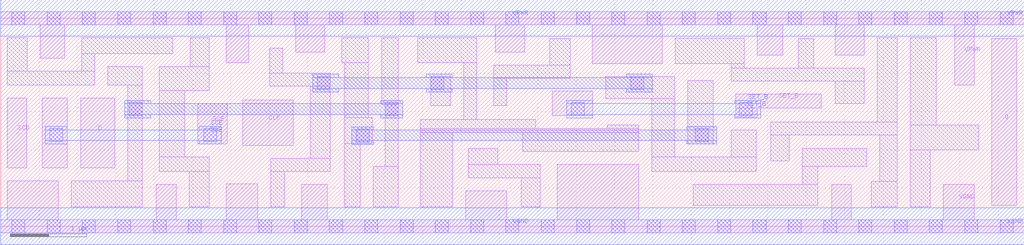
<source format=lef>
# Copyright 2020 The SkyWater PDK Authors
#
# Licensed under the Apache License, Version 2.0 (the "License");
# you may not use this file except in compliance with the License.
# You may obtain a copy of the License at
#
#     https://www.apache.org/licenses/LICENSE-2.0
#
# Unless required by applicable law or agreed to in writing, software
# distributed under the License is distributed on an "AS IS" BASIS,
# WITHOUT WARRANTIES OR CONDITIONS OF ANY KIND, either express or implied.
# See the License for the specific language governing permissions and
# limitations under the License.
#
# SPDX-License-Identifier: Apache-2.0

VERSION 5.7 ;
  NAMESCASESENSITIVE ON ;
  NOWIREEXTENSIONATPIN ON ;
  DIVIDERCHAR "/" ;
  BUSBITCHARS "[]" ;
UNITS
  DATABASE MICRONS 200 ;
END UNITS
PROPERTYDEFINITIONS
  MACRO maskLayoutSubType STRING ;
  MACRO prCellType STRING ;
  MACRO originalViewName STRING ;
END PROPERTYDEFINITIONS
MACRO sky130_fd_sc_hdll__sdfstp_1
  CLASS CORE ;
  FOREIGN sky130_fd_sc_hdll__sdfstp_1 ;
  ORIGIN  0.000000  0.000000 ;
  SIZE  13.34000 BY  2.720000 ;
  SYMMETRY X Y R90 ;
  SITE unithd ;
  PIN CLK
    ANTENNAGATEAREA  0.178200 ;
    DIRECTION INPUT ;
    USE SIGNAL ;
    PORT
      LAYER li1 ;
        RECT 3.155000 1.055000 3.815000 1.650000 ;
    END
  END CLK
  PIN D
    ANTENNAGATEAREA  0.178200 ;
    DIRECTION INPUT ;
    USE SIGNAL ;
    PORT
      LAYER li1 ;
        RECT 1.040000 0.765000 1.485000 1.675000 ;
    END
  END D
  PIN Q
    ANTENNADIFFAREA  0.439000 ;
    DIRECTION OUTPUT ;
    USE SIGNAL ;
    PORT
      LAYER li1 ;
        RECT 12.915000 0.275000 13.240000 2.450000 ;
    END
  END Q
  PIN SCD
    ANTENNAGATEAREA  0.178200 ;
    DIRECTION INPUT ;
    USE SIGNAL ;
    PORT
      LAYER li1 ;
        RECT 0.085000 0.765000 0.340000 1.675000 ;
    END
  END SCD
  PIN SCE
    ANTENNAGATEAREA  0.356400 ;
    DIRECTION INPUT ;
    USE SIGNAL ;
    PORT
      LAYER li1 ;
        RECT 0.540000 0.765000 0.870000 1.675000 ;
        RECT 2.570000 1.075000 2.950000 1.600000 ;
      LAYER mcon ;
        RECT 0.640000 1.105000 0.810000 1.275000 ;
        RECT 2.645000 1.105000 2.815000 1.275000 ;
      LAYER met1 ;
        RECT 0.580000 1.075000 0.870000 1.120000 ;
        RECT 0.580000 1.120000 2.875000 1.260000 ;
        RECT 0.580000 1.260000 0.870000 1.305000 ;
        RECT 2.585000 1.075000 2.875000 1.120000 ;
        RECT 2.585000 1.260000 2.875000 1.305000 ;
    END
  END SCE
  PIN SET_B
    ANTENNAGATEAREA  0.277200 ;
    DIRECTION INPUT ;
    USE SIGNAL ;
    PORT
      LAYER li1 ;
        RECT 7.190000 1.445000  7.715000 1.765000 ;
        RECT 9.580000 1.425000  9.860000 1.545000 ;
        RECT 9.580000 1.545000 10.695000 1.725000 ;
      LAYER mcon ;
        RECT 7.435000 1.445000 7.605000 1.615000 ;
        RECT 9.625000 1.445000 9.795000 1.615000 ;
      LAYER met1 ;
        RECT 7.375000 1.415000 7.715000 1.460000 ;
        RECT 7.375000 1.460000 9.905000 1.600000 ;
        RECT 7.375000 1.600000 7.715000 1.645000 ;
        RECT 9.565000 1.415000 9.905000 1.460000 ;
        RECT 9.565000 1.600000 9.905000 1.645000 ;
    END
  END SET_B
  PIN VGND
    DIRECTION INOUT ;
    USE GROUND ;
    PORT
      LAYER li1 ;
        RECT  0.000000 -0.085000 13.340000 0.085000 ;
        RECT  0.085000  0.085000  0.750000 0.595000 ;
        RECT  2.025000  0.085000  2.290000 0.545000 ;
        RECT  2.940000  0.085000  3.350000 0.555000 ;
        RECT  3.925000  0.085000  4.255000 0.545000 ;
        RECT  6.060000  0.085000  6.595000 0.465000 ;
        RECT  7.255000  0.085000  8.315000 0.805000 ;
        RECT 10.835000  0.085000 11.085000 0.545000 ;
        RECT 12.285000  0.085000 12.690000 0.550000 ;
      LAYER mcon ;
        RECT  0.145000 -0.085000  0.315000 0.085000 ;
        RECT  0.605000 -0.085000  0.775000 0.085000 ;
        RECT  1.065000 -0.085000  1.235000 0.085000 ;
        RECT  1.525000 -0.085000  1.695000 0.085000 ;
        RECT  1.985000 -0.085000  2.155000 0.085000 ;
        RECT  2.445000 -0.085000  2.615000 0.085000 ;
        RECT  2.905000 -0.085000  3.075000 0.085000 ;
        RECT  3.365000 -0.085000  3.535000 0.085000 ;
        RECT  3.825000 -0.085000  3.995000 0.085000 ;
        RECT  4.285000 -0.085000  4.455000 0.085000 ;
        RECT  4.745000 -0.085000  4.915000 0.085000 ;
        RECT  5.205000 -0.085000  5.375000 0.085000 ;
        RECT  5.665000 -0.085000  5.835000 0.085000 ;
        RECT  6.125000 -0.085000  6.295000 0.085000 ;
        RECT  6.585000 -0.085000  6.755000 0.085000 ;
        RECT  7.045000 -0.085000  7.215000 0.085000 ;
        RECT  7.505000 -0.085000  7.675000 0.085000 ;
        RECT  7.965000 -0.085000  8.135000 0.085000 ;
        RECT  8.425000 -0.085000  8.595000 0.085000 ;
        RECT  8.885000 -0.085000  9.055000 0.085000 ;
        RECT  9.345000 -0.085000  9.515000 0.085000 ;
        RECT  9.805000 -0.085000  9.975000 0.085000 ;
        RECT 10.265000 -0.085000 10.435000 0.085000 ;
        RECT 10.725000 -0.085000 10.895000 0.085000 ;
        RECT 11.185000 -0.085000 11.355000 0.085000 ;
        RECT 11.645000 -0.085000 11.815000 0.085000 ;
        RECT 12.105000 -0.085000 12.275000 0.085000 ;
        RECT 12.565000 -0.085000 12.735000 0.085000 ;
        RECT 13.025000 -0.085000 13.195000 0.085000 ;
      LAYER met1 ;
        RECT 0.000000 -0.240000 13.340000 0.240000 ;
    END
  END VGND
  PIN VPWR
    DIRECTION INOUT ;
    USE POWER ;
    PORT
      LAYER li1 ;
        RECT  0.000000 2.635000 13.340000 2.805000 ;
        RECT  0.515000 2.195000  0.835000 2.635000 ;
        RECT  2.940000 2.140000  3.235000 2.635000 ;
        RECT  3.845000 2.275000  4.225000 2.635000 ;
        RECT  6.445000 2.275000  6.830000 2.635000 ;
        RECT  7.710000 2.125000  8.625000 2.635000 ;
        RECT  9.860000 2.235000 10.190000 2.635000 ;
        RECT 10.875000 2.235000 11.255000 2.635000 ;
        RECT 12.435000 1.845000 12.690000 2.635000 ;
      LAYER mcon ;
        RECT  0.145000 2.635000  0.315000 2.805000 ;
        RECT  0.605000 2.635000  0.775000 2.805000 ;
        RECT  1.065000 2.635000  1.235000 2.805000 ;
        RECT  1.525000 2.635000  1.695000 2.805000 ;
        RECT  1.985000 2.635000  2.155000 2.805000 ;
        RECT  2.445000 2.635000  2.615000 2.805000 ;
        RECT  2.905000 2.635000  3.075000 2.805000 ;
        RECT  3.365000 2.635000  3.535000 2.805000 ;
        RECT  3.825000 2.635000  3.995000 2.805000 ;
        RECT  4.285000 2.635000  4.455000 2.805000 ;
        RECT  4.745000 2.635000  4.915000 2.805000 ;
        RECT  5.205000 2.635000  5.375000 2.805000 ;
        RECT  5.665000 2.635000  5.835000 2.805000 ;
        RECT  6.125000 2.635000  6.295000 2.805000 ;
        RECT  6.585000 2.635000  6.755000 2.805000 ;
        RECT  7.045000 2.635000  7.215000 2.805000 ;
        RECT  7.505000 2.635000  7.675000 2.805000 ;
        RECT  7.965000 2.635000  8.135000 2.805000 ;
        RECT  8.425000 2.635000  8.595000 2.805000 ;
        RECT  8.885000 2.635000  9.055000 2.805000 ;
        RECT  9.345000 2.635000  9.515000 2.805000 ;
        RECT  9.805000 2.635000  9.975000 2.805000 ;
        RECT 10.265000 2.635000 10.435000 2.805000 ;
        RECT 10.725000 2.635000 10.895000 2.805000 ;
        RECT 11.185000 2.635000 11.355000 2.805000 ;
        RECT 11.645000 2.635000 11.815000 2.805000 ;
        RECT 12.105000 2.635000 12.275000 2.805000 ;
        RECT 12.565000 2.635000 12.735000 2.805000 ;
        RECT 13.025000 2.635000 13.195000 2.805000 ;
      LAYER met1 ;
        RECT 0.000000 2.480000 13.340000 2.960000 ;
    END
  END VPWR
  OBS
    LAYER li1 ;
      RECT  0.085000 1.845000  1.225000 2.025000 ;
      RECT  0.085000 2.025000  0.345000 2.465000 ;
      RECT  0.920000 0.255000  1.845000 0.595000 ;
      RECT  1.055000 2.025000  1.225000 2.255000 ;
      RECT  1.055000 2.255000  2.245000 2.465000 ;
      RECT  1.395000 1.845000  1.845000 2.085000 ;
      RECT  1.655000 0.595000  1.845000 1.845000 ;
      RECT  2.065000 0.715000  2.720000 0.905000 ;
      RECT  2.065000 0.905000  2.400000 1.770000 ;
      RECT  2.065000 1.770000  2.720000 2.085000 ;
      RECT  2.460000 0.255000  2.720000 0.715000 ;
      RECT  2.470000 2.085000  2.720000 2.465000 ;
      RECT  3.505000 1.830000  4.295000 2.000000 ;
      RECT  3.505000 2.000000  3.675000 2.325000 ;
      RECT  3.520000 0.255000  3.705000 0.715000 ;
      RECT  3.520000 0.715000  4.295000 0.885000 ;
      RECT  4.035000 0.885000  4.295000 1.830000 ;
      RECT  4.445000 2.135000  4.790000 2.465000 ;
      RECT  4.475000 0.255000  4.685000 1.085000 ;
      RECT  4.475000 1.085000  4.840000 1.420000 ;
      RECT  4.475000 1.420000  4.790000 2.135000 ;
      RECT  4.855000 0.255000  5.180000 0.780000 ;
      RECT  4.965000 1.590000  5.180000 2.465000 ;
      RECT  5.010000 0.780000  5.180000 1.590000 ;
      RECT  5.435000 2.135000  6.205000 2.465000 ;
      RECT  5.465000 0.255000  5.890000 1.225000 ;
      RECT  5.465000 1.225000  8.315000 1.275000 ;
      RECT  5.465000 1.275000  6.975000 1.395000 ;
      RECT  5.605000 1.575000  5.865000 1.955000 ;
      RECT  6.035000 1.395000  6.205000 2.135000 ;
      RECT  6.095000 0.635000  7.035000 0.805000 ;
      RECT  6.095000 0.805000  6.475000 1.015000 ;
      RECT  6.425000 1.575000  6.595000 1.935000 ;
      RECT  6.425000 1.935000  7.420000 2.105000 ;
      RECT  6.785000 0.255000  7.035000 0.635000 ;
      RECT  6.805000 0.975000  8.315000 1.225000 ;
      RECT  7.155000 2.105000  7.420000 2.450000 ;
      RECT  7.885000 1.670000  8.785000 1.955000 ;
      RECT  7.905000 1.275000  8.315000 1.325000 ;
      RECT  8.485000 0.720000  9.850000 0.905000 ;
      RECT  8.485000 0.905000  8.785000 1.670000 ;
      RECT  8.795000 2.125000  9.690000 2.460000 ;
      RECT  8.955000 1.075000  9.290000 1.905000 ;
      RECT  9.025000 0.275000 10.650000 0.545000 ;
      RECT  9.520000 0.905000  9.850000 1.255000 ;
      RECT  9.520000 1.895000 11.255000 2.065000 ;
      RECT  9.520000 2.065000  9.690000 2.125000 ;
      RECT 10.035000 0.855000 10.280000 1.195000 ;
      RECT 10.035000 1.195000 11.685000 1.365000 ;
      RECT 10.395000 2.065000 10.595000 2.450000 ;
      RECT 10.450000 0.545000 10.650000 0.785000 ;
      RECT 10.450000 0.785000 11.285000 1.015000 ;
      RECT 10.875000 1.605000 11.255000 1.895000 ;
      RECT 11.345000 0.255000 11.685000 0.585000 ;
      RECT 11.425000 1.365000 11.685000 2.465000 ;
      RECT 11.455000 0.585000 11.685000 1.195000 ;
      RECT 11.855000 0.255000 12.115000 0.995000 ;
      RECT 11.855000 0.995000 12.745000 1.325000 ;
      RECT 11.855000 1.325000 12.195000 2.465000 ;
    LAYER mcon ;
      RECT 1.675000 1.445000 1.845000 1.615000 ;
      RECT 4.125000 1.785000 4.295000 1.955000 ;
      RECT 4.635000 1.100000 4.805000 1.270000 ;
      RECT 5.010000 1.445000 5.180000 1.615000 ;
      RECT 5.605000 1.785000 5.775000 1.955000 ;
      RECT 8.210000 1.785000 8.380000 1.955000 ;
      RECT 9.050000 1.105000 9.220000 1.275000 ;
    LAYER met1 ;
      RECT 1.615000 1.415000 1.955000 1.460000 ;
      RECT 1.615000 1.460000 5.240000 1.600000 ;
      RECT 1.615000 1.600000 1.955000 1.645000 ;
      RECT 4.065000 1.755000 4.405000 1.800000 ;
      RECT 4.065000 1.800000 8.490000 1.940000 ;
      RECT 4.065000 1.940000 4.405000 1.985000 ;
      RECT 4.575000 1.070000 4.865000 1.120000 ;
      RECT 4.575000 1.120000 9.330000 1.260000 ;
      RECT 4.575000 1.260000 4.865000 1.300000 ;
      RECT 4.950000 1.415000 5.240000 1.460000 ;
      RECT 4.950000 1.600000 5.240000 1.645000 ;
      RECT 5.545000 1.755000 5.885000 1.800000 ;
      RECT 5.545000 1.940000 5.885000 1.985000 ;
      RECT 8.150000 1.755000 8.490000 1.800000 ;
      RECT 8.150000 1.940000 8.490000 1.985000 ;
      RECT 8.940000 1.075000 9.330000 1.120000 ;
      RECT 8.940000 1.260000 9.330000 1.305000 ;
  END
  PROPERTY maskLayoutSubType "abstract" ;
  PROPERTY prCellType "standard" ;
  PROPERTY originalViewName "layout" ;
END sky130_fd_sc_hdll__sdfstp_1

</source>
